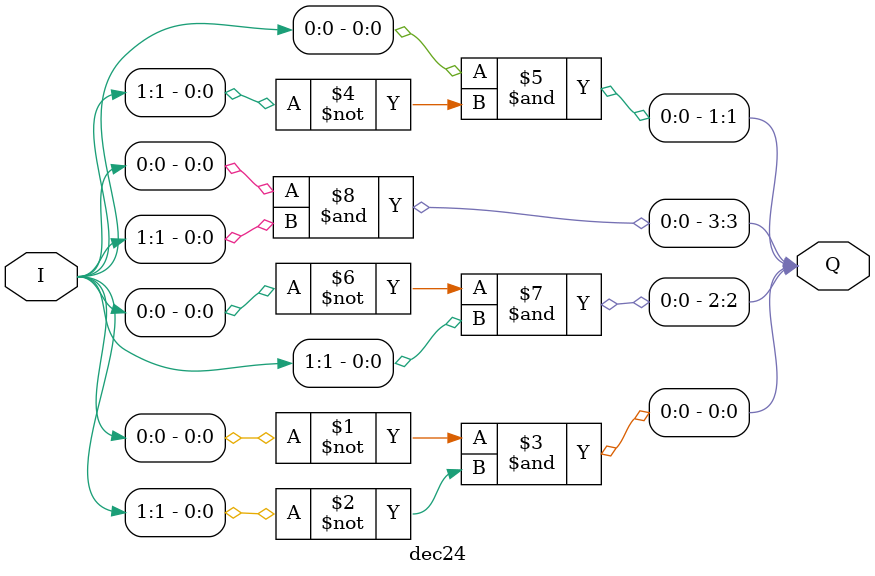
<source format=v>

`timescale 1ns / 1ps

module dec24(
    input [1:0] I,
    output [3:0] Q
    );
	 assign Q[0] = ~I[0] & ~I[1];
	 assign Q[1] = I[0] & ~I[1];
	 assign Q[2] = ~I[0] & I[1];
	 assign Q[3] = I[0] & I[1];


endmodule

</source>
